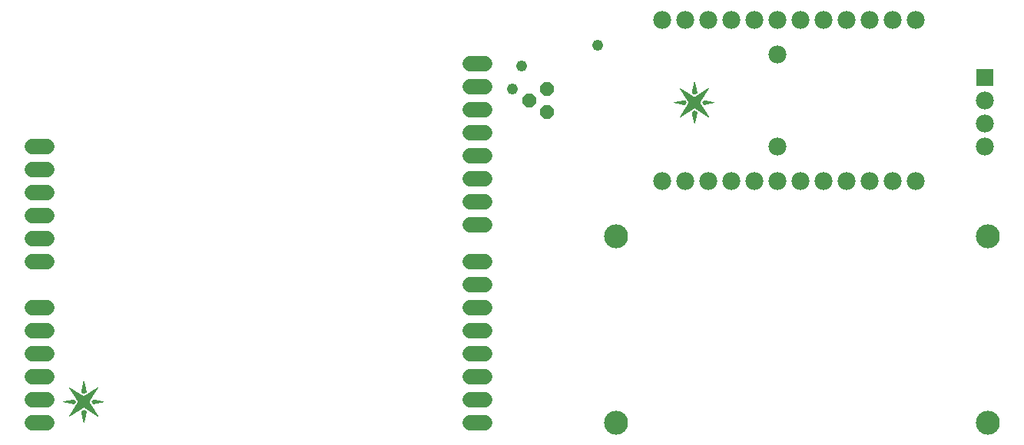
<source format=gts>
G75*
G70*
%OFA0B0*%
%FSLAX24Y24*%
%IPPOS*%
%LPD*%
%AMOC8*
5,1,8,0,0,1.08239X$1,22.5*
%
%ADD10C,0.1040*%
%ADD11C,0.0680*%
%ADD12C,0.0780*%
%ADD13C,0.0010*%
%ADD14R,0.0780X0.0780*%
%ADD15OC8,0.0600*%
%ADD16C,0.0480*%
D10*
X027300Y002325D03*
X043442Y002325D03*
X043442Y010396D03*
X027300Y010396D03*
D11*
X002620Y002325D02*
X001980Y002325D01*
X001980Y003325D02*
X002620Y003325D01*
X002620Y004325D02*
X001980Y004325D01*
X001980Y005325D02*
X002620Y005325D01*
X002620Y006325D02*
X001980Y006325D01*
X001980Y007325D02*
X002620Y007325D01*
X002620Y009325D02*
X001980Y009325D01*
X001980Y010325D02*
X002620Y010325D01*
X002620Y011325D02*
X001980Y011325D01*
X001980Y012325D02*
X002620Y012325D01*
X002620Y013325D02*
X001980Y013325D01*
X001980Y014325D02*
X002620Y014325D01*
X020980Y013925D02*
X021620Y013925D01*
X021620Y014925D02*
X020980Y014925D01*
X020980Y015925D02*
X021620Y015925D01*
X021620Y016925D02*
X020980Y016925D01*
X020980Y017925D02*
X021620Y017925D01*
X021620Y012925D02*
X020980Y012925D01*
X020980Y011925D02*
X021620Y011925D01*
X021620Y010925D02*
X020980Y010925D01*
X020980Y009325D02*
X021620Y009325D01*
X021620Y008325D02*
X020980Y008325D01*
X020980Y007325D02*
X021620Y007325D01*
X021620Y006325D02*
X020980Y006325D01*
X020980Y005325D02*
X021620Y005325D01*
X021620Y004325D02*
X020980Y004325D01*
X020980Y003325D02*
X021620Y003325D01*
X021620Y002325D02*
X020980Y002325D01*
D12*
X029300Y012825D03*
X030300Y012825D03*
X031300Y012825D03*
X032300Y012825D03*
X033300Y012825D03*
X034300Y012825D03*
X035300Y012825D03*
X036300Y012825D03*
X037300Y012825D03*
X038300Y012825D03*
X039300Y012825D03*
X040300Y012825D03*
X043300Y014325D03*
X043300Y015325D03*
X043300Y016325D03*
X040300Y019825D03*
X039300Y019825D03*
X038300Y019825D03*
X037300Y019825D03*
X036300Y019825D03*
X035300Y019825D03*
X034300Y019825D03*
X033300Y019825D03*
X032300Y019825D03*
X031300Y019825D03*
X030300Y019825D03*
X029300Y019825D03*
X034300Y018325D03*
X034300Y014325D03*
D13*
X031320Y015605D02*
X030920Y016235D01*
X031300Y016845D01*
X030700Y016455D01*
X030090Y016835D01*
X030470Y016235D01*
X030090Y015615D01*
X030700Y016015D01*
X031320Y015605D01*
X031318Y015608D02*
X031315Y015608D01*
X031312Y015617D02*
X031302Y015617D01*
X031307Y015625D02*
X031289Y015625D01*
X031276Y015634D02*
X031302Y015634D01*
X031296Y015642D02*
X031263Y015642D01*
X031251Y015651D02*
X031291Y015651D01*
X031285Y015659D02*
X031238Y015659D01*
X031225Y015668D02*
X031280Y015668D01*
X031275Y015676D02*
X031212Y015676D01*
X031199Y015685D02*
X031269Y015685D01*
X031264Y015693D02*
X031186Y015693D01*
X031173Y015702D02*
X031258Y015702D01*
X031253Y015710D02*
X031161Y015710D01*
X031148Y015719D02*
X031248Y015719D01*
X031242Y015727D02*
X031135Y015727D01*
X031122Y015736D02*
X031237Y015736D01*
X031231Y015744D02*
X031109Y015744D01*
X031096Y015753D02*
X031226Y015753D01*
X031221Y015761D02*
X031083Y015761D01*
X031071Y015770D02*
X031215Y015770D01*
X031210Y015778D02*
X031058Y015778D01*
X031045Y015787D02*
X031204Y015787D01*
X031199Y015795D02*
X031032Y015795D01*
X031019Y015804D02*
X031194Y015804D01*
X031188Y015812D02*
X031006Y015812D01*
X030993Y015821D02*
X031183Y015821D01*
X031177Y015829D02*
X030981Y015829D01*
X030968Y015838D02*
X031172Y015838D01*
X031167Y015846D02*
X030955Y015846D01*
X030942Y015855D02*
X031161Y015855D01*
X031156Y015863D02*
X030929Y015863D01*
X030916Y015872D02*
X031151Y015872D01*
X031145Y015880D02*
X030903Y015880D01*
X030891Y015889D02*
X031140Y015889D01*
X031134Y015897D02*
X030878Y015897D01*
X030865Y015906D02*
X031129Y015906D01*
X031124Y015914D02*
X030852Y015914D01*
X030839Y015923D02*
X031118Y015923D01*
X031113Y015931D02*
X030826Y015931D01*
X030813Y015940D02*
X031107Y015940D01*
X031102Y015948D02*
X030801Y015948D01*
X030788Y015957D02*
X031097Y015957D01*
X031091Y015965D02*
X030775Y015965D01*
X030762Y015974D02*
X031086Y015974D01*
X031080Y015982D02*
X030749Y015982D01*
X030736Y015991D02*
X031075Y015991D01*
X031070Y015999D02*
X030724Y015999D01*
X030711Y016008D02*
X031064Y016008D01*
X031059Y016016D02*
X030336Y016016D01*
X030331Y016008D02*
X030689Y016008D01*
X030676Y015999D02*
X030326Y015999D01*
X030320Y015991D02*
X030663Y015991D01*
X030650Y015982D02*
X030315Y015982D01*
X030310Y015974D02*
X030637Y015974D01*
X030624Y015965D02*
X030305Y015965D01*
X030300Y015957D02*
X030611Y015957D01*
X030599Y015948D02*
X030294Y015948D01*
X030289Y015940D02*
X030586Y015940D01*
X030573Y015931D02*
X030284Y015931D01*
X030279Y015923D02*
X030560Y015923D01*
X030547Y015914D02*
X030274Y015914D01*
X030268Y015906D02*
X030534Y015906D01*
X030521Y015897D02*
X030263Y015897D01*
X030258Y015889D02*
X030508Y015889D01*
X030495Y015880D02*
X030253Y015880D01*
X030247Y015872D02*
X030482Y015872D01*
X030469Y015863D02*
X030242Y015863D01*
X030237Y015855D02*
X030456Y015855D01*
X030443Y015846D02*
X030232Y015846D01*
X030227Y015838D02*
X030430Y015838D01*
X030417Y015829D02*
X030221Y015829D01*
X030216Y015821D02*
X030404Y015821D01*
X030391Y015812D02*
X030211Y015812D01*
X030206Y015804D02*
X030378Y015804D01*
X030365Y015795D02*
X030201Y015795D01*
X030195Y015787D02*
X030352Y015787D01*
X030339Y015778D02*
X030190Y015778D01*
X030185Y015770D02*
X030326Y015770D01*
X030313Y015761D02*
X030180Y015761D01*
X030175Y015753D02*
X030300Y015753D01*
X030287Y015744D02*
X030169Y015744D01*
X030164Y015736D02*
X030274Y015736D01*
X030261Y015727D02*
X030159Y015727D01*
X030154Y015719D02*
X030249Y015719D01*
X030236Y015710D02*
X030148Y015710D01*
X030143Y015702D02*
X030223Y015702D01*
X030210Y015693D02*
X030138Y015693D01*
X030133Y015685D02*
X030197Y015685D01*
X030184Y015676D02*
X030128Y015676D01*
X030122Y015668D02*
X030171Y015668D01*
X030158Y015659D02*
X030117Y015659D01*
X030112Y015651D02*
X030145Y015651D01*
X030132Y015642D02*
X030107Y015642D01*
X030102Y015634D02*
X030119Y015634D01*
X030106Y015625D02*
X030096Y015625D01*
X030093Y015617D02*
X030091Y015617D01*
X030341Y016025D02*
X031053Y016025D01*
X031048Y016033D02*
X030346Y016033D01*
X030352Y016042D02*
X031043Y016042D01*
X031037Y016050D02*
X030357Y016050D01*
X030362Y016059D02*
X031032Y016059D01*
X031026Y016067D02*
X030367Y016067D01*
X030373Y016076D02*
X031021Y016076D01*
X031016Y016084D02*
X030378Y016084D01*
X030383Y016093D02*
X031010Y016093D01*
X031005Y016101D02*
X030388Y016101D01*
X030393Y016110D02*
X030999Y016110D01*
X030994Y016118D02*
X030399Y016118D01*
X030404Y016127D02*
X030989Y016127D01*
X030983Y016135D02*
X030409Y016135D01*
X030414Y016144D02*
X030978Y016144D01*
X030972Y016152D02*
X030419Y016152D01*
X030425Y016161D02*
X030967Y016161D01*
X030962Y016169D02*
X030430Y016169D01*
X030435Y016178D02*
X030956Y016178D01*
X030951Y016186D02*
X030440Y016186D01*
X030445Y016195D02*
X030945Y016195D01*
X030940Y016203D02*
X030451Y016203D01*
X030456Y016212D02*
X030935Y016212D01*
X030929Y016220D02*
X030461Y016220D01*
X030466Y016229D02*
X030924Y016229D01*
X030922Y016237D02*
X030468Y016237D01*
X030463Y016246D02*
X030927Y016246D01*
X030932Y016254D02*
X030458Y016254D01*
X030452Y016263D02*
X030937Y016263D01*
X030943Y016271D02*
X030447Y016271D01*
X030442Y016280D02*
X030948Y016280D01*
X030953Y016288D02*
X030436Y016288D01*
X030431Y016297D02*
X030959Y016297D01*
X030964Y016305D02*
X030425Y016305D01*
X030420Y016314D02*
X030969Y016314D01*
X030974Y016322D02*
X030415Y016322D01*
X030409Y016331D02*
X030980Y016331D01*
X030985Y016339D02*
X030404Y016339D01*
X030398Y016348D02*
X030990Y016348D01*
X030996Y016356D02*
X030393Y016356D01*
X030388Y016365D02*
X031001Y016365D01*
X031006Y016373D02*
X030382Y016373D01*
X030377Y016382D02*
X031012Y016382D01*
X031017Y016390D02*
X030372Y016390D01*
X030366Y016399D02*
X031022Y016399D01*
X031027Y016407D02*
X030361Y016407D01*
X030355Y016416D02*
X031033Y016416D01*
X031038Y016424D02*
X030350Y016424D01*
X030345Y016433D02*
X031043Y016433D01*
X031049Y016441D02*
X030339Y016441D01*
X030334Y016450D02*
X031054Y016450D01*
X031059Y016458D02*
X030705Y016458D01*
X030694Y016458D02*
X030328Y016458D01*
X030323Y016467D02*
X030681Y016467D01*
X030667Y016475D02*
X030318Y016475D01*
X030312Y016484D02*
X030654Y016484D01*
X030640Y016492D02*
X030307Y016492D01*
X030302Y016501D02*
X030626Y016501D01*
X030613Y016509D02*
X030296Y016509D01*
X030291Y016518D02*
X030599Y016518D01*
X030585Y016526D02*
X030285Y016526D01*
X030280Y016535D02*
X030572Y016535D01*
X030558Y016543D02*
X030275Y016543D01*
X030269Y016552D02*
X030544Y016552D01*
X030531Y016560D02*
X030264Y016560D01*
X030258Y016569D02*
X030517Y016569D01*
X030503Y016577D02*
X030253Y016577D01*
X030248Y016586D02*
X030490Y016586D01*
X030476Y016594D02*
X030242Y016594D01*
X030237Y016603D02*
X030462Y016603D01*
X030449Y016611D02*
X030232Y016611D01*
X030226Y016620D02*
X030435Y016620D01*
X030422Y016628D02*
X030221Y016628D01*
X030215Y016637D02*
X030408Y016637D01*
X030394Y016645D02*
X030210Y016645D01*
X030205Y016654D02*
X030381Y016654D01*
X030367Y016662D02*
X030199Y016662D01*
X030194Y016671D02*
X030353Y016671D01*
X030340Y016679D02*
X030188Y016679D01*
X030183Y016688D02*
X030326Y016688D01*
X030312Y016696D02*
X030178Y016696D01*
X030172Y016705D02*
X030299Y016705D01*
X030285Y016713D02*
X030167Y016713D01*
X030162Y016722D02*
X030271Y016722D01*
X030258Y016730D02*
X030156Y016730D01*
X030151Y016739D02*
X030244Y016739D01*
X030231Y016747D02*
X030145Y016747D01*
X030140Y016756D02*
X030217Y016756D01*
X030203Y016764D02*
X030135Y016764D01*
X030129Y016773D02*
X030190Y016773D01*
X030176Y016781D02*
X030124Y016781D01*
X030119Y016790D02*
X030162Y016790D01*
X030149Y016798D02*
X030113Y016798D01*
X030108Y016807D02*
X030135Y016807D01*
X030121Y016815D02*
X030102Y016815D01*
X030097Y016824D02*
X030108Y016824D01*
X030094Y016832D02*
X030092Y016832D01*
X030615Y016722D02*
X030785Y016722D01*
X030784Y016730D02*
X030616Y016730D01*
X030618Y016739D02*
X030782Y016739D01*
X030780Y016747D02*
X030620Y016747D01*
X030622Y016756D02*
X030778Y016756D01*
X030776Y016764D02*
X030624Y016764D01*
X030626Y016773D02*
X030774Y016773D01*
X030773Y016781D02*
X030627Y016781D01*
X030629Y016790D02*
X030771Y016790D01*
X030769Y016798D02*
X030631Y016798D01*
X030633Y016807D02*
X030767Y016807D01*
X030765Y016815D02*
X030635Y016815D01*
X030637Y016824D02*
X030763Y016824D01*
X030761Y016832D02*
X030639Y016832D01*
X030640Y016841D02*
X030760Y016841D01*
X030758Y016849D02*
X030642Y016849D01*
X030644Y016858D02*
X030756Y016858D01*
X030754Y016866D02*
X030646Y016866D01*
X030648Y016875D02*
X030752Y016875D01*
X030750Y016883D02*
X030650Y016883D01*
X030652Y016892D02*
X030748Y016892D01*
X030747Y016900D02*
X030653Y016900D01*
X030655Y016909D02*
X030745Y016909D01*
X030743Y016917D02*
X030657Y016917D01*
X030659Y016926D02*
X030741Y016926D01*
X030739Y016934D02*
X030661Y016934D01*
X030663Y016943D02*
X030737Y016943D01*
X030736Y016951D02*
X030664Y016951D01*
X030666Y016960D02*
X030734Y016960D01*
X030732Y016968D02*
X030668Y016968D01*
X030670Y016977D02*
X030730Y016977D01*
X030728Y016985D02*
X030672Y016985D01*
X030674Y016994D02*
X030726Y016994D01*
X030724Y017002D02*
X030676Y017002D01*
X030677Y017011D02*
X030723Y017011D01*
X030721Y017019D02*
X030679Y017019D01*
X030681Y017028D02*
X030719Y017028D01*
X030717Y017036D02*
X030683Y017036D01*
X030685Y017045D02*
X030715Y017045D01*
X030713Y017053D02*
X030687Y017053D01*
X030688Y017062D02*
X030712Y017062D01*
X030710Y017070D02*
X030690Y017070D01*
X030692Y017079D02*
X030708Y017079D01*
X030706Y017087D02*
X030694Y017087D01*
X030696Y017096D02*
X030704Y017096D01*
X030702Y017104D02*
X030698Y017104D01*
X030700Y017113D02*
X030700Y017113D01*
X030700Y017115D02*
X030800Y016655D01*
X030700Y016595D01*
X030600Y016655D01*
X030700Y017115D01*
X030613Y016713D02*
X030787Y016713D01*
X030789Y016705D02*
X030611Y016705D01*
X030609Y016696D02*
X030791Y016696D01*
X030793Y016688D02*
X030607Y016688D01*
X030605Y016679D02*
X030795Y016679D01*
X030797Y016671D02*
X030603Y016671D01*
X030602Y016662D02*
X030798Y016662D01*
X030798Y016654D02*
X030602Y016654D01*
X030616Y016645D02*
X030784Y016645D01*
X030770Y016637D02*
X030630Y016637D01*
X030644Y016628D02*
X030756Y016628D01*
X030742Y016620D02*
X030658Y016620D01*
X030673Y016611D02*
X030727Y016611D01*
X030713Y016603D02*
X030687Y016603D01*
X030758Y016492D02*
X031080Y016492D01*
X031075Y016484D02*
X030745Y016484D01*
X030731Y016475D02*
X031070Y016475D01*
X031065Y016467D02*
X030718Y016467D01*
X030771Y016501D02*
X031086Y016501D01*
X031091Y016509D02*
X030784Y016509D01*
X030797Y016518D02*
X031096Y016518D01*
X031102Y016526D02*
X030810Y016526D01*
X030823Y016535D02*
X031107Y016535D01*
X031112Y016543D02*
X030836Y016543D01*
X030849Y016552D02*
X031117Y016552D01*
X031123Y016560D02*
X030862Y016560D01*
X030875Y016569D02*
X031128Y016569D01*
X031133Y016577D02*
X030888Y016577D01*
X030901Y016586D02*
X031139Y016586D01*
X031144Y016594D02*
X030915Y016594D01*
X030928Y016603D02*
X031149Y016603D01*
X031155Y016611D02*
X030941Y016611D01*
X030954Y016620D02*
X031160Y016620D01*
X031165Y016628D02*
X030967Y016628D01*
X030980Y016637D02*
X031170Y016637D01*
X031176Y016645D02*
X030993Y016645D01*
X031006Y016654D02*
X031181Y016654D01*
X031186Y016662D02*
X031019Y016662D01*
X031032Y016671D02*
X031192Y016671D01*
X031197Y016679D02*
X031045Y016679D01*
X031058Y016688D02*
X031202Y016688D01*
X031207Y016696D02*
X031071Y016696D01*
X031085Y016705D02*
X031213Y016705D01*
X031218Y016713D02*
X031098Y016713D01*
X031111Y016722D02*
X031223Y016722D01*
X031229Y016730D02*
X031124Y016730D01*
X031137Y016739D02*
X031234Y016739D01*
X031239Y016747D02*
X031150Y016747D01*
X031163Y016756D02*
X031245Y016756D01*
X031250Y016764D02*
X031176Y016764D01*
X031189Y016773D02*
X031255Y016773D01*
X031260Y016781D02*
X031202Y016781D01*
X031215Y016790D02*
X031266Y016790D01*
X031271Y016798D02*
X031228Y016798D01*
X031242Y016807D02*
X031276Y016807D01*
X031282Y016815D02*
X031255Y016815D01*
X031268Y016824D02*
X031287Y016824D01*
X031292Y016832D02*
X031281Y016832D01*
X031294Y016841D02*
X031297Y016841D01*
X031174Y016314D02*
X031113Y016314D01*
X031118Y016322D02*
X031132Y016322D01*
X031120Y016325D02*
X031560Y016235D01*
X031120Y016145D01*
X031060Y016235D01*
X031120Y016325D01*
X031107Y016305D02*
X031216Y016305D01*
X031257Y016297D02*
X031101Y016297D01*
X031096Y016288D02*
X031299Y016288D01*
X031340Y016280D02*
X031090Y016280D01*
X031084Y016271D02*
X031382Y016271D01*
X031423Y016263D02*
X031079Y016263D01*
X031073Y016254D02*
X031465Y016254D01*
X031489Y016220D02*
X031070Y016220D01*
X031075Y016212D02*
X031447Y016212D01*
X031406Y016203D02*
X031081Y016203D01*
X031087Y016195D02*
X031364Y016195D01*
X031323Y016186D02*
X031092Y016186D01*
X031098Y016178D02*
X031281Y016178D01*
X031240Y016169D02*
X031104Y016169D01*
X031109Y016161D02*
X031198Y016161D01*
X031156Y016152D02*
X031115Y016152D01*
X031064Y016229D02*
X031530Y016229D01*
X031548Y016237D02*
X031062Y016237D01*
X031067Y016246D02*
X031506Y016246D01*
X030800Y015795D02*
X030700Y015865D01*
X030600Y015795D01*
X030700Y015355D01*
X030800Y015795D01*
X030799Y015795D02*
X030601Y015795D01*
X030602Y015787D02*
X030798Y015787D01*
X030796Y015778D02*
X030604Y015778D01*
X030606Y015770D02*
X030794Y015770D01*
X030792Y015761D02*
X030608Y015761D01*
X030610Y015753D02*
X030790Y015753D01*
X030789Y015744D02*
X030611Y015744D01*
X030613Y015736D02*
X030787Y015736D01*
X030785Y015727D02*
X030615Y015727D01*
X030617Y015719D02*
X030783Y015719D01*
X030781Y015710D02*
X030619Y015710D01*
X030621Y015702D02*
X030779Y015702D01*
X030777Y015693D02*
X030623Y015693D01*
X030625Y015685D02*
X030775Y015685D01*
X030773Y015676D02*
X030627Y015676D01*
X030629Y015668D02*
X030771Y015668D01*
X030769Y015659D02*
X030631Y015659D01*
X030633Y015651D02*
X030767Y015651D01*
X030765Y015642D02*
X030635Y015642D01*
X030637Y015634D02*
X030763Y015634D01*
X030761Y015625D02*
X030639Y015625D01*
X030640Y015617D02*
X030760Y015617D01*
X030758Y015608D02*
X030642Y015608D01*
X030644Y015600D02*
X030756Y015600D01*
X030754Y015591D02*
X030646Y015591D01*
X030648Y015583D02*
X030752Y015583D01*
X030750Y015574D02*
X030650Y015574D01*
X030652Y015566D02*
X030748Y015566D01*
X030746Y015557D02*
X030654Y015557D01*
X030656Y015549D02*
X030744Y015549D01*
X030742Y015540D02*
X030658Y015540D01*
X030660Y015532D02*
X030740Y015532D01*
X030738Y015523D02*
X030662Y015523D01*
X030664Y015515D02*
X030736Y015515D01*
X030734Y015506D02*
X030666Y015506D01*
X030668Y015498D02*
X030732Y015498D01*
X030731Y015489D02*
X030669Y015489D01*
X030671Y015481D02*
X030729Y015481D01*
X030727Y015472D02*
X030673Y015472D01*
X030675Y015464D02*
X030725Y015464D01*
X030723Y015455D02*
X030677Y015455D01*
X030679Y015447D02*
X030721Y015447D01*
X030719Y015438D02*
X030681Y015438D01*
X030683Y015430D02*
X030717Y015430D01*
X030715Y015421D02*
X030685Y015421D01*
X030687Y015413D02*
X030713Y015413D01*
X030711Y015404D02*
X030689Y015404D01*
X030691Y015396D02*
X030709Y015396D01*
X030707Y015387D02*
X030693Y015387D01*
X030695Y015379D02*
X030705Y015379D01*
X030704Y015370D02*
X030696Y015370D01*
X030698Y015362D02*
X030702Y015362D01*
X030613Y015804D02*
X030787Y015804D01*
X030775Y015812D02*
X030625Y015812D01*
X030637Y015821D02*
X030763Y015821D01*
X030751Y015829D02*
X030649Y015829D01*
X030661Y015838D02*
X030739Y015838D01*
X030727Y015846D02*
X030673Y015846D01*
X030686Y015855D02*
X030714Y015855D01*
X030702Y015863D02*
X030698Y015863D01*
X030280Y016145D02*
X030340Y016235D01*
X030280Y016325D01*
X029820Y016235D01*
X030280Y016145D01*
X030285Y016152D02*
X030242Y016152D01*
X030198Y016161D02*
X030291Y016161D01*
X030296Y016169D02*
X030155Y016169D01*
X030112Y016178D02*
X030302Y016178D01*
X030308Y016186D02*
X030068Y016186D01*
X030025Y016195D02*
X030313Y016195D01*
X030319Y016203D02*
X029981Y016203D01*
X029938Y016212D02*
X030325Y016212D01*
X030330Y016220D02*
X029894Y016220D01*
X029876Y016246D02*
X030333Y016246D01*
X030338Y016237D02*
X029833Y016237D01*
X029851Y016229D02*
X030336Y016229D01*
X030327Y016254D02*
X029919Y016254D01*
X029963Y016263D02*
X030321Y016263D01*
X030316Y016271D02*
X030006Y016271D01*
X030050Y016280D02*
X030310Y016280D01*
X030304Y016288D02*
X030093Y016288D01*
X030137Y016297D02*
X030299Y016297D01*
X030293Y016305D02*
X030180Y016305D01*
X030224Y016314D02*
X030287Y016314D01*
X030282Y016322D02*
X030267Y016322D01*
X004200Y004115D02*
X004300Y003655D01*
X004200Y003595D01*
X004100Y003655D01*
X004200Y004115D01*
X004198Y004108D02*
X004202Y004108D01*
X004203Y004099D02*
X004197Y004099D01*
X004195Y004091D02*
X004205Y004091D01*
X004207Y004082D02*
X004193Y004082D01*
X004191Y004074D02*
X004209Y004074D01*
X004211Y004065D02*
X004189Y004065D01*
X004187Y004057D02*
X004213Y004057D01*
X004215Y004048D02*
X004185Y004048D01*
X004184Y004040D02*
X004216Y004040D01*
X004218Y004031D02*
X004182Y004031D01*
X004180Y004023D02*
X004220Y004023D01*
X004222Y004014D02*
X004178Y004014D01*
X004176Y004006D02*
X004224Y004006D01*
X004226Y003997D02*
X004174Y003997D01*
X004173Y003989D02*
X004227Y003989D01*
X004229Y003980D02*
X004171Y003980D01*
X004169Y003972D02*
X004231Y003972D01*
X004233Y003963D02*
X004167Y003963D01*
X004165Y003955D02*
X004235Y003955D01*
X004237Y003946D02*
X004163Y003946D01*
X004161Y003938D02*
X004239Y003938D01*
X004240Y003929D02*
X004160Y003929D01*
X004158Y003921D02*
X004242Y003921D01*
X004244Y003912D02*
X004156Y003912D01*
X004154Y003904D02*
X004246Y003904D01*
X004248Y003895D02*
X004152Y003895D01*
X004150Y003887D02*
X004250Y003887D01*
X004251Y003878D02*
X004149Y003878D01*
X004147Y003870D02*
X004253Y003870D01*
X004255Y003861D02*
X004145Y003861D01*
X004143Y003853D02*
X004257Y003853D01*
X004259Y003844D02*
X004141Y003844D01*
X004139Y003836D02*
X004261Y003836D01*
X004263Y003827D02*
X004137Y003827D01*
X004136Y003819D02*
X004264Y003819D01*
X004266Y003810D02*
X004134Y003810D01*
X004132Y003802D02*
X004268Y003802D01*
X004270Y003793D02*
X004130Y003793D01*
X004128Y003785D02*
X004272Y003785D01*
X004274Y003776D02*
X004126Y003776D01*
X004124Y003768D02*
X004276Y003768D01*
X004277Y003759D02*
X004123Y003759D01*
X004121Y003751D02*
X004279Y003751D01*
X004281Y003742D02*
X004119Y003742D01*
X004117Y003734D02*
X004283Y003734D01*
X004285Y003725D02*
X004115Y003725D01*
X004113Y003717D02*
X004287Y003717D01*
X004288Y003708D02*
X004112Y003708D01*
X004110Y003700D02*
X004290Y003700D01*
X004292Y003691D02*
X004108Y003691D01*
X004106Y003683D02*
X004294Y003683D01*
X004296Y003674D02*
X004104Y003674D01*
X004102Y003666D02*
X004298Y003666D01*
X004300Y003657D02*
X004100Y003657D01*
X004111Y003649D02*
X004289Y003649D01*
X004275Y003640D02*
X004125Y003640D01*
X004139Y003632D02*
X004261Y003632D01*
X004247Y003623D02*
X004153Y003623D01*
X004167Y003615D02*
X004233Y003615D01*
X004218Y003606D02*
X004182Y003606D01*
X004196Y003598D02*
X004204Y003598D01*
X004262Y003496D02*
X004582Y003496D01*
X004588Y003504D02*
X004276Y003504D01*
X004289Y003513D02*
X004593Y003513D01*
X004598Y003521D02*
X004302Y003521D01*
X004315Y003530D02*
X004604Y003530D01*
X004609Y003538D02*
X004328Y003538D01*
X004341Y003547D02*
X004614Y003547D01*
X004619Y003555D02*
X004354Y003555D01*
X004367Y003564D02*
X004625Y003564D01*
X004630Y003572D02*
X004380Y003572D01*
X004393Y003581D02*
X004635Y003581D01*
X004641Y003589D02*
X004406Y003589D01*
X004419Y003598D02*
X004646Y003598D01*
X004651Y003606D02*
X004432Y003606D01*
X004446Y003615D02*
X004656Y003615D01*
X004662Y003623D02*
X004459Y003623D01*
X004472Y003632D02*
X004667Y003632D01*
X004672Y003640D02*
X004485Y003640D01*
X004498Y003649D02*
X004678Y003649D01*
X004683Y003657D02*
X004511Y003657D01*
X004524Y003666D02*
X004688Y003666D01*
X004694Y003674D02*
X004537Y003674D01*
X004550Y003683D02*
X004699Y003683D01*
X004704Y003691D02*
X004563Y003691D01*
X004576Y003700D02*
X004709Y003700D01*
X004715Y003708D02*
X004589Y003708D01*
X004602Y003717D02*
X004720Y003717D01*
X004725Y003725D02*
X004616Y003725D01*
X004629Y003734D02*
X004731Y003734D01*
X004736Y003742D02*
X004642Y003742D01*
X004655Y003751D02*
X004741Y003751D01*
X004746Y003759D02*
X004668Y003759D01*
X004681Y003768D02*
X004752Y003768D01*
X004757Y003776D02*
X004694Y003776D01*
X004707Y003785D02*
X004762Y003785D01*
X004768Y003793D02*
X004720Y003793D01*
X004733Y003802D02*
X004773Y003802D01*
X004778Y003810D02*
X004746Y003810D01*
X004759Y003819D02*
X004784Y003819D01*
X004789Y003827D02*
X004772Y003827D01*
X004786Y003836D02*
X004794Y003836D01*
X004799Y003844D02*
X004799Y003844D01*
X004800Y003845D02*
X004200Y003455D01*
X003590Y003835D01*
X003970Y003235D01*
X003590Y002615D01*
X004200Y003015D01*
X004820Y002605D01*
X004420Y003235D01*
X004800Y003845D01*
X004577Y003487D02*
X004249Y003487D01*
X004236Y003479D02*
X004572Y003479D01*
X004566Y003470D02*
X004223Y003470D01*
X004210Y003462D02*
X004561Y003462D01*
X004556Y003453D02*
X003832Y003453D01*
X003837Y003445D02*
X004551Y003445D01*
X004545Y003436D02*
X003843Y003436D01*
X003848Y003428D02*
X004540Y003428D01*
X004535Y003419D02*
X003853Y003419D01*
X003859Y003411D02*
X004529Y003411D01*
X004524Y003402D02*
X003864Y003402D01*
X003870Y003394D02*
X004519Y003394D01*
X004513Y003385D02*
X003875Y003385D01*
X003880Y003377D02*
X004508Y003377D01*
X004503Y003368D02*
X003886Y003368D01*
X003891Y003360D02*
X004498Y003360D01*
X004492Y003351D02*
X003896Y003351D01*
X003902Y003343D02*
X004487Y003343D01*
X004482Y003334D02*
X003907Y003334D01*
X003913Y003326D02*
X004476Y003326D01*
X004471Y003317D02*
X003918Y003317D01*
X003923Y003309D02*
X004466Y003309D01*
X004461Y003300D02*
X003929Y003300D01*
X003934Y003292D02*
X004455Y003292D01*
X004450Y003283D02*
X003940Y003283D01*
X003945Y003275D02*
X004445Y003275D01*
X004439Y003266D02*
X003950Y003266D01*
X003956Y003258D02*
X004434Y003258D01*
X004429Y003249D02*
X003961Y003249D01*
X003966Y003241D02*
X004423Y003241D01*
X004422Y003232D02*
X003968Y003232D01*
X003963Y003224D02*
X004427Y003224D01*
X004433Y003215D02*
X003958Y003215D01*
X003953Y003207D02*
X004438Y003207D01*
X004443Y003198D02*
X003947Y003198D01*
X003942Y003190D02*
X004449Y003190D01*
X004454Y003181D02*
X003937Y003181D01*
X003932Y003173D02*
X004460Y003173D01*
X004465Y003164D02*
X003927Y003164D01*
X003921Y003156D02*
X004470Y003156D01*
X004476Y003147D02*
X003916Y003147D01*
X003911Y003139D02*
X004481Y003139D01*
X004487Y003130D02*
X003906Y003130D01*
X003900Y003122D02*
X004492Y003122D01*
X004497Y003113D02*
X003895Y003113D01*
X003890Y003105D02*
X004503Y003105D01*
X004508Y003096D02*
X003885Y003096D01*
X003880Y003088D02*
X004514Y003088D01*
X004519Y003079D02*
X003874Y003079D01*
X003869Y003071D02*
X004524Y003071D01*
X004530Y003062D02*
X003864Y003062D01*
X003859Y003054D02*
X004535Y003054D01*
X004541Y003045D02*
X003854Y003045D01*
X003848Y003037D02*
X004546Y003037D01*
X004551Y003028D02*
X003843Y003028D01*
X003838Y003020D02*
X004557Y003020D01*
X004562Y003011D02*
X004206Y003011D01*
X004194Y003011D02*
X003833Y003011D01*
X003828Y003003D02*
X004181Y003003D01*
X004168Y002994D02*
X003822Y002994D01*
X003817Y002986D02*
X004155Y002986D01*
X004142Y002977D02*
X003812Y002977D01*
X003807Y002969D02*
X004129Y002969D01*
X004116Y002960D02*
X003801Y002960D01*
X003796Y002952D02*
X004103Y002952D01*
X004090Y002943D02*
X003791Y002943D01*
X003786Y002935D02*
X004077Y002935D01*
X004064Y002926D02*
X003781Y002926D01*
X003775Y002918D02*
X004051Y002918D01*
X004038Y002909D02*
X003770Y002909D01*
X003765Y002901D02*
X004026Y002901D01*
X004013Y002892D02*
X003760Y002892D01*
X003755Y002884D02*
X004000Y002884D01*
X003987Y002875D02*
X003749Y002875D01*
X003744Y002867D02*
X003974Y002867D01*
X003961Y002858D02*
X003739Y002858D01*
X003734Y002850D02*
X003948Y002850D01*
X003935Y002841D02*
X003729Y002841D01*
X003723Y002833D02*
X003922Y002833D01*
X003909Y002824D02*
X003718Y002824D01*
X003713Y002816D02*
X003896Y002816D01*
X003883Y002807D02*
X003708Y002807D01*
X003703Y002799D02*
X003870Y002799D01*
X003857Y002790D02*
X003697Y002790D01*
X003692Y002782D02*
X003844Y002782D01*
X003831Y002773D02*
X003687Y002773D01*
X003682Y002765D02*
X003818Y002765D01*
X003805Y002756D02*
X003676Y002756D01*
X003671Y002748D02*
X003792Y002748D01*
X003779Y002739D02*
X003666Y002739D01*
X003661Y002731D02*
X003766Y002731D01*
X003753Y002722D02*
X003656Y002722D01*
X003650Y002714D02*
X003740Y002714D01*
X003727Y002705D02*
X003645Y002705D01*
X003640Y002697D02*
X003714Y002697D01*
X003701Y002688D02*
X003635Y002688D01*
X003630Y002680D02*
X003688Y002680D01*
X003676Y002671D02*
X003624Y002671D01*
X003619Y002663D02*
X003663Y002663D01*
X003650Y002654D02*
X003614Y002654D01*
X003609Y002646D02*
X003637Y002646D01*
X003624Y002637D02*
X003604Y002637D01*
X003598Y002629D02*
X003611Y002629D01*
X003598Y002620D02*
X003593Y002620D01*
X004113Y002739D02*
X004287Y002739D01*
X004285Y002731D02*
X004115Y002731D01*
X004117Y002722D02*
X004283Y002722D01*
X004281Y002714D02*
X004119Y002714D01*
X004120Y002705D02*
X004280Y002705D01*
X004278Y002697D02*
X004122Y002697D01*
X004124Y002688D02*
X004276Y002688D01*
X004274Y002680D02*
X004126Y002680D01*
X004128Y002671D02*
X004272Y002671D01*
X004270Y002663D02*
X004130Y002663D01*
X004132Y002654D02*
X004268Y002654D01*
X004266Y002646D02*
X004134Y002646D01*
X004136Y002637D02*
X004264Y002637D01*
X004262Y002629D02*
X004138Y002629D01*
X004140Y002620D02*
X004260Y002620D01*
X004258Y002612D02*
X004142Y002612D01*
X004144Y002603D02*
X004256Y002603D01*
X004254Y002595D02*
X004146Y002595D01*
X004147Y002586D02*
X004253Y002586D01*
X004251Y002578D02*
X004149Y002578D01*
X004151Y002569D02*
X004249Y002569D01*
X004247Y002561D02*
X004153Y002561D01*
X004155Y002552D02*
X004245Y002552D01*
X004243Y002544D02*
X004157Y002544D01*
X004159Y002535D02*
X004241Y002535D01*
X004239Y002527D02*
X004161Y002527D01*
X004163Y002518D02*
X004237Y002518D01*
X004235Y002510D02*
X004165Y002510D01*
X004167Y002501D02*
X004233Y002501D01*
X004231Y002493D02*
X004169Y002493D01*
X004171Y002484D02*
X004229Y002484D01*
X004227Y002476D02*
X004173Y002476D01*
X004175Y002467D02*
X004225Y002467D01*
X004224Y002459D02*
X004176Y002459D01*
X004178Y002450D02*
X004222Y002450D01*
X004220Y002442D02*
X004180Y002442D01*
X004182Y002433D02*
X004218Y002433D01*
X004216Y002425D02*
X004184Y002425D01*
X004186Y002416D02*
X004214Y002416D01*
X004212Y002408D02*
X004188Y002408D01*
X004190Y002399D02*
X004210Y002399D01*
X004208Y002391D02*
X004192Y002391D01*
X004194Y002382D02*
X004206Y002382D01*
X004204Y002374D02*
X004196Y002374D01*
X004198Y002365D02*
X004202Y002365D01*
X004200Y002357D02*
X004200Y002357D01*
X004200Y002355D02*
X004300Y002795D01*
X004200Y002865D01*
X004100Y002795D01*
X004200Y002355D01*
X004784Y002629D02*
X004805Y002629D01*
X004800Y002637D02*
X004772Y002637D01*
X004759Y002646D02*
X004794Y002646D01*
X004789Y002654D02*
X004746Y002654D01*
X004733Y002663D02*
X004783Y002663D01*
X004778Y002671D02*
X004720Y002671D01*
X004707Y002680D02*
X004773Y002680D01*
X004767Y002688D02*
X004694Y002688D01*
X004682Y002697D02*
X004762Y002697D01*
X004756Y002705D02*
X004669Y002705D01*
X004656Y002714D02*
X004751Y002714D01*
X004746Y002722D02*
X004643Y002722D01*
X004630Y002731D02*
X004740Y002731D01*
X004735Y002739D02*
X004617Y002739D01*
X004604Y002748D02*
X004729Y002748D01*
X004724Y002756D02*
X004592Y002756D01*
X004579Y002765D02*
X004719Y002765D01*
X004713Y002773D02*
X004566Y002773D01*
X004553Y002782D02*
X004708Y002782D01*
X004702Y002790D02*
X004540Y002790D01*
X004527Y002799D02*
X004697Y002799D01*
X004692Y002807D02*
X004514Y002807D01*
X004502Y002816D02*
X004686Y002816D01*
X004681Y002824D02*
X004489Y002824D01*
X004476Y002833D02*
X004676Y002833D01*
X004670Y002841D02*
X004463Y002841D01*
X004450Y002850D02*
X004665Y002850D01*
X004659Y002858D02*
X004437Y002858D01*
X004424Y002867D02*
X004654Y002867D01*
X004649Y002875D02*
X004412Y002875D01*
X004399Y002884D02*
X004643Y002884D01*
X004638Y002892D02*
X004386Y002892D01*
X004373Y002901D02*
X004632Y002901D01*
X004627Y002909D02*
X004360Y002909D01*
X004347Y002918D02*
X004622Y002918D01*
X004616Y002926D02*
X004334Y002926D01*
X004322Y002935D02*
X004611Y002935D01*
X004605Y002943D02*
X004309Y002943D01*
X004296Y002952D02*
X004600Y002952D01*
X004595Y002960D02*
X004283Y002960D01*
X004270Y002969D02*
X004589Y002969D01*
X004584Y002977D02*
X004257Y002977D01*
X004244Y002986D02*
X004578Y002986D01*
X004573Y002994D02*
X004232Y002994D01*
X004219Y003003D02*
X004568Y003003D01*
X004620Y003145D02*
X004560Y003235D01*
X004620Y003325D01*
X005060Y003235D01*
X004620Y003145D01*
X004619Y003147D02*
X004630Y003147D01*
X004613Y003156D02*
X004672Y003156D01*
X004713Y003164D02*
X004607Y003164D01*
X004602Y003173D02*
X004755Y003173D01*
X004796Y003181D02*
X004596Y003181D01*
X004590Y003190D02*
X004838Y003190D01*
X004880Y003198D02*
X004585Y003198D01*
X004579Y003207D02*
X004921Y003207D01*
X004963Y003215D02*
X004573Y003215D01*
X004568Y003224D02*
X005004Y003224D01*
X004991Y003249D02*
X004569Y003249D01*
X004564Y003241D02*
X005033Y003241D01*
X005046Y003232D02*
X004562Y003232D01*
X004575Y003258D02*
X004950Y003258D01*
X004908Y003266D02*
X004581Y003266D01*
X004586Y003275D02*
X004866Y003275D01*
X004825Y003283D02*
X004592Y003283D01*
X004598Y003292D02*
X004783Y003292D01*
X004742Y003300D02*
X004603Y003300D01*
X004609Y003309D02*
X004700Y003309D01*
X004659Y003317D02*
X004615Y003317D01*
X004189Y003462D02*
X003826Y003462D01*
X003821Y003470D02*
X004176Y003470D01*
X004162Y003479D02*
X003816Y003479D01*
X003810Y003487D02*
X004148Y003487D01*
X004135Y003496D02*
X003805Y003496D01*
X003800Y003504D02*
X004121Y003504D01*
X004108Y003513D02*
X003794Y003513D01*
X003789Y003521D02*
X004094Y003521D01*
X004080Y003530D02*
X003783Y003530D01*
X003778Y003538D02*
X004067Y003538D01*
X004053Y003547D02*
X003773Y003547D01*
X003767Y003555D02*
X004039Y003555D01*
X004026Y003564D02*
X003762Y003564D01*
X003757Y003572D02*
X004012Y003572D01*
X003998Y003581D02*
X003751Y003581D01*
X003746Y003589D02*
X003985Y003589D01*
X003971Y003598D02*
X003740Y003598D01*
X003735Y003606D02*
X003957Y003606D01*
X003944Y003615D02*
X003730Y003615D01*
X003724Y003623D02*
X003930Y003623D01*
X003917Y003632D02*
X003719Y003632D01*
X003713Y003640D02*
X003903Y003640D01*
X003889Y003649D02*
X003708Y003649D01*
X003703Y003657D02*
X003876Y003657D01*
X003862Y003666D02*
X003697Y003666D01*
X003692Y003674D02*
X003848Y003674D01*
X003835Y003683D02*
X003687Y003683D01*
X003681Y003691D02*
X003821Y003691D01*
X003807Y003700D02*
X003676Y003700D01*
X003670Y003708D02*
X003794Y003708D01*
X003780Y003717D02*
X003665Y003717D01*
X003660Y003725D02*
X003766Y003725D01*
X003753Y003734D02*
X003654Y003734D01*
X003649Y003742D02*
X003739Y003742D01*
X003725Y003751D02*
X003643Y003751D01*
X003638Y003759D02*
X003712Y003759D01*
X003698Y003768D02*
X003633Y003768D01*
X003627Y003776D02*
X003685Y003776D01*
X003671Y003785D02*
X003622Y003785D01*
X003617Y003793D02*
X003657Y003793D01*
X003644Y003802D02*
X003611Y003802D01*
X003606Y003810D02*
X003630Y003810D01*
X003616Y003819D02*
X003600Y003819D01*
X003603Y003827D02*
X003595Y003827D01*
X003696Y003309D02*
X003791Y003309D01*
X003785Y003317D02*
X003740Y003317D01*
X003780Y003325D02*
X003320Y003235D01*
X003780Y003145D01*
X003840Y003235D01*
X003780Y003325D01*
X003797Y003300D02*
X003653Y003300D01*
X003609Y003292D02*
X003802Y003292D01*
X003808Y003283D02*
X003566Y003283D01*
X003522Y003275D02*
X003814Y003275D01*
X003819Y003266D02*
X003479Y003266D01*
X003435Y003258D02*
X003825Y003258D01*
X003831Y003249D02*
X003392Y003249D01*
X003378Y003224D02*
X003832Y003224D01*
X003838Y003232D02*
X003335Y003232D01*
X003349Y003241D02*
X003836Y003241D01*
X003827Y003215D02*
X003422Y003215D01*
X003465Y003207D02*
X003821Y003207D01*
X003815Y003198D02*
X003509Y003198D01*
X003552Y003190D02*
X003810Y003190D01*
X003804Y003181D02*
X003596Y003181D01*
X003639Y003173D02*
X003798Y003173D01*
X003793Y003164D02*
X003682Y003164D01*
X003726Y003156D02*
X003787Y003156D01*
X003781Y003147D02*
X003769Y003147D01*
X004190Y002858D02*
X004210Y002858D01*
X004222Y002850D02*
X004178Y002850D01*
X004166Y002841D02*
X004234Y002841D01*
X004246Y002833D02*
X004154Y002833D01*
X004142Y002824D02*
X004258Y002824D01*
X004271Y002816D02*
X004129Y002816D01*
X004117Y002807D02*
X004283Y002807D01*
X004295Y002799D02*
X004105Y002799D01*
X004101Y002790D02*
X004299Y002790D01*
X004297Y002782D02*
X004103Y002782D01*
X004105Y002773D02*
X004295Y002773D01*
X004293Y002765D02*
X004107Y002765D01*
X004109Y002756D02*
X004291Y002756D01*
X004289Y002748D02*
X004111Y002748D01*
X004797Y002620D02*
X004810Y002620D01*
X004810Y002612D02*
X004816Y002612D01*
D14*
X043300Y017325D03*
D15*
X024300Y016825D03*
X023550Y016325D03*
X024300Y015825D03*
D16*
X022800Y016825D03*
X023200Y017825D03*
X026500Y018725D03*
M02*

</source>
